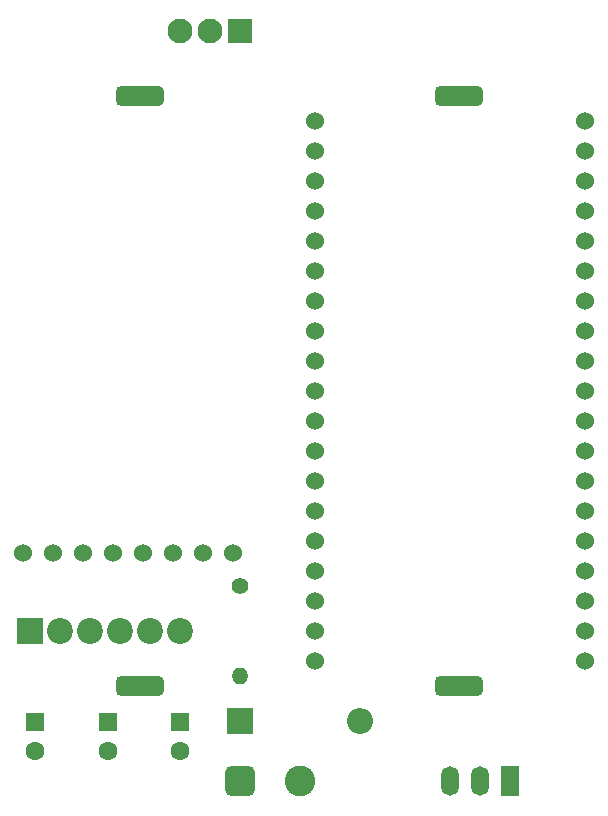
<source format=gbr>
%TF.GenerationSoftware,KiCad,Pcbnew,7.0.1-0*%
%TF.CreationDate,2023-04-24T12:32:45-04:00*%
%TF.ProjectId,tempLogger_clientPCB,74656d70-4c6f-4676-9765-725f636c6965,rev?*%
%TF.SameCoordinates,Original*%
%TF.FileFunction,Soldermask,Top*%
%TF.FilePolarity,Negative*%
%FSLAX46Y46*%
G04 Gerber Fmt 4.6, Leading zero omitted, Abs format (unit mm)*
G04 Created by KiCad (PCBNEW 7.0.1-0) date 2023-04-24 12:32:45*
%MOMM*%
%LPD*%
G01*
G04 APERTURE LIST*
G04 Aperture macros list*
%AMRoundRect*
0 Rectangle with rounded corners*
0 $1 Rounding radius*
0 $2 $3 $4 $5 $6 $7 $8 $9 X,Y pos of 4 corners*
0 Add a 4 corners polygon primitive as box body*
4,1,4,$2,$3,$4,$5,$6,$7,$8,$9,$2,$3,0*
0 Add four circle primitives for the rounded corners*
1,1,$1+$1,$2,$3*
1,1,$1+$1,$4,$5*
1,1,$1+$1,$6,$7*
1,1,$1+$1,$8,$9*
0 Add four rect primitives between the rounded corners*
20,1,$1+$1,$2,$3,$4,$5,0*
20,1,$1+$1,$4,$5,$6,$7,0*
20,1,$1+$1,$6,$7,$8,$9,0*
20,1,$1+$1,$8,$9,$2,$3,0*%
G04 Aperture macros list end*
%ADD10R,1.600000X1.600000*%
%ADD11C,1.600000*%
%ADD12R,1.500000X2.500000*%
%ADD13O,1.500000X2.500000*%
%ADD14R,2.200000X2.200000*%
%ADD15O,2.200000X2.200000*%
%ADD16C,2.200000*%
%ADD17C,2.100000*%
%ADD18R,2.100000X2.100000*%
%ADD19C,1.524000*%
%ADD20C,1.400000*%
%ADD21O,1.400000X1.400000*%
%ADD22C,2.600000*%
%ADD23RoundRect,0.650000X-0.650000X-0.650000X0.650000X-0.650000X0.650000X0.650000X-0.650000X0.650000X0*%
%ADD24RoundRect,0.418500X-1.612500X-0.418500X1.612500X-0.418500X1.612500X0.418500X-1.612500X0.418500X0*%
%ADD25RoundRect,0.418500X1.612500X0.418500X-1.612500X0.418500X-1.612500X-0.418500X1.612500X-0.418500X0*%
G04 APERTURE END LIST*
D10*
%TO.C,C3*%
X119380000Y-119420000D03*
D11*
X119380000Y-121920000D03*
%TD*%
D10*
%TO.C,C2*%
X113270000Y-119420000D03*
D11*
X113270000Y-121920000D03*
%TD*%
D10*
%TO.C,C1*%
X107160000Y-119420000D03*
D11*
X107160000Y-121920000D03*
%TD*%
D12*
%TO.C,U1*%
X147320000Y-124460000D03*
D13*
X144780000Y-124460000D03*
X142240000Y-124460000D03*
%TD*%
D14*
%TO.C,D1*%
X124460000Y-119380000D03*
D15*
X134620000Y-119380000D03*
%TD*%
D14*
%TO.C,DS18B20*%
X106680000Y-111760000D03*
D16*
X109220000Y-111760000D03*
X111760000Y-111760000D03*
X114300000Y-111760000D03*
X116840000Y-111760000D03*
X119380000Y-111760000D03*
%TD*%
D17*
%TO.C,SnowPinger1*%
X119380000Y-60960000D03*
X121920000Y-60960000D03*
D18*
X124460000Y-60960000D03*
%TD*%
D19*
%TO.C,MCU1*%
X153700000Y-76200000D03*
X153700000Y-78740000D03*
X153700000Y-81280000D03*
X153700000Y-83820000D03*
X130840000Y-99060000D03*
X153700000Y-86360000D03*
X153700000Y-88900000D03*
X130840000Y-104140000D03*
X153700000Y-91440000D03*
X153700000Y-93980000D03*
X153700000Y-96520000D03*
X153700000Y-99060000D03*
X153700000Y-101600000D03*
X153700000Y-104140000D03*
X153700000Y-106680000D03*
X153700000Y-109220000D03*
X130840000Y-73660000D03*
X130840000Y-76200000D03*
X130840000Y-78740000D03*
X130840000Y-81280000D03*
X130840000Y-83820000D03*
X130840000Y-86360000D03*
X153700000Y-114300000D03*
X153700000Y-111760000D03*
X130840000Y-93980000D03*
X130840000Y-88900000D03*
X130840000Y-91440000D03*
X153700000Y-73660000D03*
X153700000Y-71120000D03*
X130840000Y-96520000D03*
X130840000Y-71120000D03*
X130840000Y-111760000D03*
X130840000Y-68580000D03*
X130840000Y-109220000D03*
X130840000Y-114300000D03*
X153700000Y-68580000D03*
X130840000Y-101600000D03*
X130840000Y-106680000D03*
%TD*%
%TO.C,\u00B5SD1*%
X106150000Y-105156000D03*
X108690000Y-105156000D03*
X111230000Y-105156000D03*
X113770000Y-105156000D03*
X116310000Y-105156000D03*
X118850000Y-105156000D03*
X121390000Y-105156000D03*
X123930000Y-105156000D03*
%TD*%
D20*
%TO.C,R1*%
X124460000Y-107950000D03*
D21*
X124460000Y-115570000D03*
%TD*%
D22*
%TO.C,JST1*%
X129540000Y-124460000D03*
D23*
X124460000Y-124460000D03*
%TD*%
D24*
%TO.C,BT1*%
X143040000Y-66440000D03*
X143040000Y-116440000D03*
%TD*%
D25*
%TO.C,BT2*%
X116040000Y-116440000D03*
X116040000Y-66440000D03*
%TD*%
M02*

</source>
